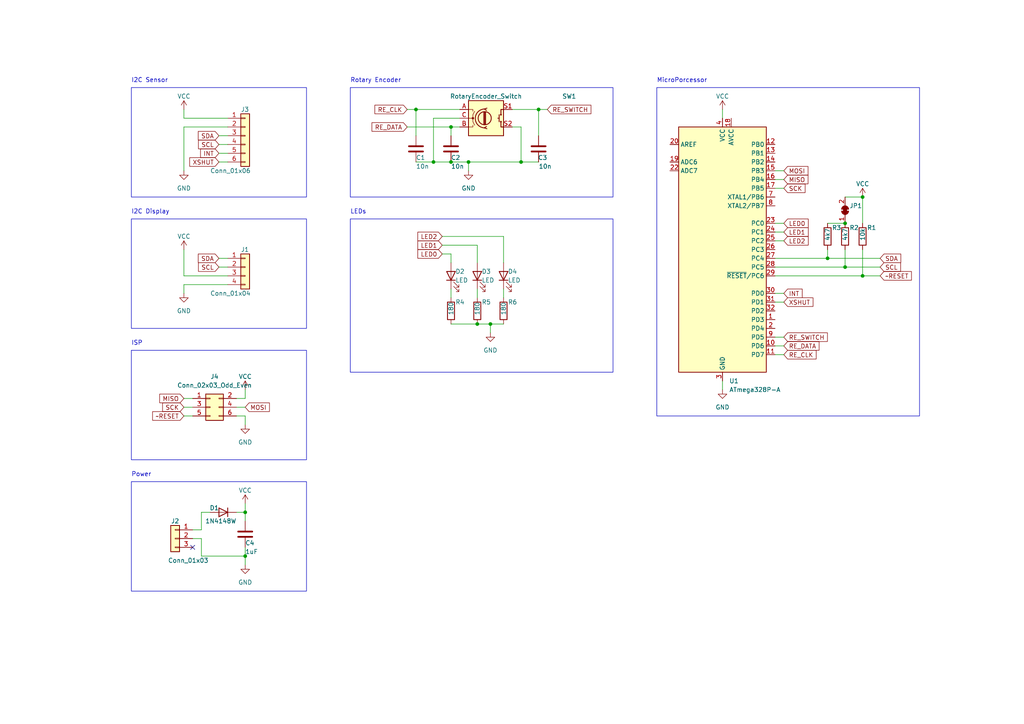
<source format=kicad_sch>
(kicad_sch (version 20230121) (generator eeschema)
  (paper "A4")
  (title_block (title "Laser head distance sensor") (date "2023-05-27") (rev "v1.0") (company "3axis-design.nl"))
  (lib_symbols
    (symbol "Connector_Generic:Conn_01x03" (pin_names (offset 1.016) hide)
      (property "Reference" "J" (at 0 5.08 0))
      (property "Value" "Conn_01x03" (at 0 -5.08 0))
      (symbol "Conn_01x03_1_1"
        (rectangle (start -1.27 -2.413) (end 0 -2.667) (stroke (width 0.1524)))
        (rectangle (start -1.27 0.127) (end 0 -0.127) (stroke (width 0.1524)))
        (rectangle (start -1.27 2.667) (end 0 2.413) (stroke (width 0.1524)))
        (rectangle (start -1.27 3.81) (end 1.27 -3.81) (stroke (width 0.254)) (fill (type background)))
        (pin passive line (at -5.08 2.54 0) (length 3.81) (name "Pin_1") (number "1"))
        (pin passive line (at -5.08 0 0) (length 3.81) (name "Pin_2") (number "2"))
        (pin passive line (at -5.08 -2.54 0) (length 3.81) (name "Pin_3") (number "3"))
      )
    )
    (symbol "Connector_Generic:Conn_01x04" (pin_names (offset 1.016) hide)
      (property "Reference" "J" (at 0 5.08 0))
      (property "Value" "Conn_01x04" (at 0 -7.62 0))
      (symbol "Conn_01x04_1_1"
        (rectangle (start -1.27 -4.953) (end 0 -5.207) (stroke (width 0.1524)))
        (rectangle (start -1.27 -2.413) (end 0 -2.667) (stroke (width 0.1524)))
        (rectangle (start -1.27 0.127) (end 0 -0.127) (stroke (width 0.1524)))
        (rectangle (start -1.27 2.667) (end 0 2.413) (stroke (width 0.1524)))
        (rectangle (start -1.27 3.81) (end 1.27 -6.35) (stroke (width 0.254)) (fill (type background)))
        (pin passive line (at -5.08 2.54 0) (length 3.81) (name "Pin_1") (number "1"))
        (pin passive line (at -5.08 0 0) (length 3.81) (name "Pin_2") (number "2"))
        (pin passive line (at -5.08 -2.54 0) (length 3.81) (name "Pin_3") (number "3"))
        (pin passive line (at -5.08 -5.08 0) (length 3.81) (name "Pin_4") (number "4"))
      )
    )
    (symbol "Connector_Generic:Conn_01x06" (pin_names (offset 1.016) hide)
      (property "Reference" "J" (at 0 7.62 0))
      (property "Value" "Conn_01x06" (at 0 -10.16 0))
      (symbol "Conn_01x06_1_1"
        (rectangle (start -1.27 -7.493) (end 0 -7.747) (stroke (width 0.1524)))
        (rectangle (start -1.27 -4.953) (end 0 -5.207) (stroke (width 0.1524)))
        (rectangle (start -1.27 -2.413) (end 0 -2.667) (stroke (width 0.1524)))
        (rectangle (start -1.27 0.127) (end 0 -0.127) (stroke (width 0.1524)))
        (rectangle (start -1.27 2.667) (end 0 2.413) (stroke (width 0.1524)))
        (rectangle (start -1.27 5.207) (end 0 4.953) (stroke (width 0.1524)))
        (rectangle (start -1.27 6.35) (end 1.27 -8.89) (stroke (width 0.254)) (fill (type background)))
        (pin passive line (at -5.08 5.08 0) (length 3.81) (name "Pin_1") (number "1"))
        (pin passive line (at -5.08 2.54 0) (length 3.81) (name "Pin_2") (number "2"))
        (pin passive line (at -5.08 0 0) (length 3.81) (name "Pin_3") (number "3"))
        (pin passive line (at -5.08 -2.54 0) (length 3.81) (name "Pin_4") (number "4"))
        (pin passive line (at -5.08 -5.08 0) (length 3.81) (name "Pin_5") (number "5"))
        (pin passive line (at -5.08 -7.62 0) (length 3.81) (name "Pin_6") (number "6"))
      )
    )
    (symbol "Connector_Generic:Conn_02x03_Odd_Even" (pin_names (offset 1.016) hide)
      (property "Reference" "J" (at 1.27 5.08 0))
      (property "Value" "Conn_02x03_Odd_Even" (at 1.27 -5.08 0))
      (symbol "Conn_02x03_Odd_Even_1_1"
        (rectangle (start -1.27 -2.413) (end 0 -2.667) (stroke (width 0.1524)))
        (rectangle (start -1.27 0.127) (end 0 -0.127) (stroke (width 0.1524)))
        (rectangle (start -1.27 2.667) (end 0 2.413) (stroke (width 0.1524)))
        (rectangle (start -1.27 3.81) (end 3.81 -3.81) (stroke (width 0.254)) (fill (type background)))
        (rectangle (start 3.81 -2.413) (end 2.54 -2.667) (stroke (width 0.1524)))
        (rectangle (start 3.81 0.127) (end 2.54 -0.127) (stroke (width 0.1524)))
        (rectangle (start 3.81 2.667) (end 2.54 2.413) (stroke (width 0.1524)))
        (pin passive line (at -5.08 2.54 0) (length 3.81) (name "Pin_1") (number "1"))
        (pin passive line (at 7.62 2.54 180) (length 3.81) (name "Pin_2") (number "2"))
        (pin passive line (at -5.08 0 0) (length 3.81) (name "Pin_3") (number "3"))
        (pin passive line (at 7.62 0 180) (length 3.81) (name "Pin_4") (number "4"))
        (pin passive line (at -5.08 -2.54 0) (length 3.81) (name "Pin_5") (number "5"))
        (pin passive line (at 7.62 -2.54 180) (length 3.81) (name "Pin_6") (number "6"))
      )
    )
    (symbol "Device:C" (pin_numbers hide) (pin_names (offset 0.254))
      (property "Reference" "C" (at 0.635 2.54 0))
      (property "Value" "C" (at 0.635 -2.54 0))
      (symbol "C_0_1"
        (polyline (pts (xy -2.032 -0.762) (xy 2.032 -0.762)) (stroke (width 0.508)))
        (polyline (pts (xy -2.032 0.762) (xy 2.032 0.762)) (stroke (width 0.508)))
      )
      (symbol "C_1_1"
        (pin passive line (at 0 3.81 270) (length 2.794) (name "~") (number "1"))
        (pin passive line (at 0 -3.81 90) (length 2.794) (name "~") (number "2"))
      )
    )
    (symbol "Device:LED" (pin_numbers hide) (pin_names (offset 1.016) hide)
      (property "Reference" "D" (at 0 2.54 0))
      (property "Value" "LED" (at 0 -2.54 0))
      (symbol "LED_0_1"
        (polyline (pts (xy -1.27 -1.27) (xy -1.27 1.27)) (stroke (width 0.254)))
        (polyline (pts (xy -1.27 0) (xy 1.27 0)))
        (polyline (pts (xy 1.27 -1.27) (xy 1.27 1.27) (xy -1.27 0) (xy 1.27 -1.27)) (stroke (width 0.254)))
        (polyline (pts (xy -3.048 -0.762) (xy -4.572 -2.286) (xy -3.81 -2.286) (xy -4.572 -2.286) (xy -4.572 -1.524)))
        (polyline (pts (xy -1.778 -0.762) (xy -3.302 -2.286) (xy -2.54 -2.286) (xy -3.302 -2.286) (xy -3.302 -1.524)))
      )
      (symbol "LED_1_1"
        (pin passive line (at -3.81 0 0) (length 2.54) (name "K") (number "1"))
        (pin passive line (at 3.81 0 180) (length 2.54) (name "A") (number "2"))
      )
    )
    (symbol "Device:R" (pin_numbers hide) (pin_names (offset 0))
      (property "Reference" "R" (at 2.032 0 90))
      (property "Value" "R" (at 0 0 90))
      (symbol "R_0_1"
        (rectangle (start -1.016 -2.54) (end 1.016 2.54) (stroke (width 0.254)))
      )
      (symbol "R_1_1"
        (pin passive line (at 0 3.81 270) (length 1.27) (name "~") (number "1"))
        (pin passive line (at 0 -3.81 90) (length 1.27) (name "~") (number "2"))
      )
    )
    (symbol "Device:RotaryEncoder_Switch" (pin_names (offset 0.254) hide)
      (property "Reference" "SW" (at 0 6.604 0))
      (property "Value" "RotaryEncoder_Switch" (at 0 -6.604 0))
      (symbol "RotaryEncoder_Switch_0_1"
        (rectangle (start -5.08 5.08) (end 5.08 -5.08) (stroke (width 0.254)) (fill (type background)))
        (circle (center -3.81 0) (radius 0.254) (fill (type outline)))
        (circle (center -0.381 0) (radius 1.905) (stroke (width 0.254)))
        (arc (start -0.381 2.667) (mid -3.0988 -0.0635) (end -0.381 -2.794) (stroke (width 0.254)))
        (polyline (pts (xy -0.635 -1.778) (xy -0.635 1.778)) (stroke (width 0.254)))
        (polyline (pts (xy -0.381 -1.778) (xy -0.381 1.778)) (stroke (width 0.254)))
        (polyline (pts (xy -0.127 1.778) (xy -0.127 -1.778)) (stroke (width 0.254)))
        (polyline (pts (xy 3.81 0) (xy 3.429 0)) (stroke (width 0.254)))
        (polyline (pts (xy 3.81 1.016) (xy 3.81 -1.016)) (stroke (width 0.254)))
        (polyline (pts (xy -5.08 -2.54) (xy -3.81 -2.54) (xy -3.81 -2.032)))
        (polyline (pts (xy -5.08 2.54) (xy -3.81 2.54) (xy -3.81 2.032)))
        (polyline (pts (xy 0.254 -3.048) (xy -0.508 -2.794) (xy 0.127 -2.413)) (stroke (width 0.254)))
        (polyline (pts (xy 0.254 2.921) (xy -0.508 2.667) (xy 0.127 2.286)) (stroke (width 0.254)))
        (polyline (pts (xy 5.08 -2.54) (xy 4.318 -2.54) (xy 4.318 -1.016)) (stroke (width 0.254)))
        (polyline (pts (xy 5.08 2.54) (xy 4.318 2.54) (xy 4.318 1.016)) (stroke (width 0.254)))
        (polyline (pts (xy -5.08 0) (xy -3.81 0) (xy -3.81 -1.016) (xy -3.302 -2.032)))
        (polyline (pts (xy -4.318 0) (xy -3.81 0) (xy -3.81 1.016) (xy -3.302 2.032)))
        (circle (center 4.318 -1.016) (radius 0.127) (stroke (width 0.254)))
        (circle (center 4.318 1.016) (radius 0.127) (stroke (width 0.254)))
      )
      (symbol "RotaryEncoder_Switch_1_1"
        (pin passive line (at -7.62 2.54 0) (length 2.54) (name "A") (number "A"))
        (pin passive line (at -7.62 -2.54 0) (length 2.54) (name "B") (number "B"))
        (pin passive line (at -7.62 0 0) (length 2.54) (name "C") (number "C"))
        (pin passive line (at 7.62 2.54 180) (length 2.54) (name "S1") (number "S1"))
        (pin passive line (at 7.62 -2.54 180) (length 2.54) (name "S2") (number "S2"))
      )
    )
    (symbol "Diode:1N4148W" (pin_numbers hide) (pin_names hide)
      (property "Reference" "D" (at 0 2.54 0))
      (property "Value" "1N4148W" (at 0 -2.54 0))
      (symbol "1N4148W_0_1"
        (polyline (pts (xy -1.27 1.27) (xy -1.27 -1.27)) (stroke (width 0.254)))
        (polyline (pts (xy 1.27 0) (xy -1.27 0)))
        (polyline (pts (xy 1.27 1.27) (xy 1.27 -1.27) (xy -1.27 0) (xy 1.27 1.27)) (stroke (width 0.254)))
      )
      (symbol "1N4148W_1_1"
        (pin passive line (at -3.81 0 0) (length 2.54) (name "K") (number "1"))
        (pin passive line (at 3.81 0 180) (length 2.54) (name "A") (number "2"))
      )
    )
    (symbol "Jumper:SolderJumper_2_Bridged" (pin_names (offset 0) hide)
      (property "Reference" "JP" (at 0 2.032 0))
      (property "Value" "SolderJumper_2_Bridged" (at 0 -2.54 0))
      (symbol "SolderJumper_2_Bridged_0_1"
        (rectangle (start -0.508 0.508) (end 0.508 -0.508) (fill (type outline)))
        (arc (start -0.254 1.016) (mid -1.2656 0) (end -0.254 -1.016))
        (arc (start -0.254 1.016) (mid -1.2656 0) (end -0.254 -1.016) (fill (type outline)))
        (polyline (pts (xy -0.254 1.016) (xy -0.254 -1.016)))
        (polyline (pts (xy 0.254 1.016) (xy 0.254 -1.016)))
        (arc (start 0.254 -1.016) (mid 1.2656 0) (end 0.254 1.016))
        (arc (start 0.254 -1.016) (mid 1.2656 0) (end 0.254 1.016) (fill (type outline)))
      )
      (symbol "SolderJumper_2_Bridged_1_1"
        (pin passive line (at -3.81 0 0) (length 2.54) (name "A") (number "1"))
        (pin passive line (at 3.81 0 180) (length 2.54) (name "B") (number "2"))
      )
    )
    (symbol "MCU_Microchip_ATmega:ATmega328P-A"
      (property "Reference" "U" (at -12.7 36.83 0))
      (property "Value" "ATmega328P-A" (at 2.54 -36.83 0))
      (symbol "ATmega328P-A_0_1"
        (rectangle (start -12.7 -35.56) (end 12.7 35.56) (stroke (width 0.254)) (fill (type background)))
      )
      (symbol "ATmega328P-A_1_1"
        (pin bidirectional line (at 15.24 -20.32 180) (length 2.54) (name "PD3") (number "1"))
        (pin bidirectional line (at 15.24 -27.94 180) (length 2.54) (name "PD6") (number "10"))
        (pin bidirectional line (at 15.24 -30.48 180) (length 2.54) (name "PD7") (number "11"))
        (pin bidirectional line (at 15.24 30.48 180) (length 2.54) (name "PB0") (number "12"))
        (pin bidirectional line (at 15.24 27.94 180) (length 2.54) (name "PB1") (number "13"))
        (pin bidirectional line (at 15.24 25.4 180) (length 2.54) (name "PB2") (number "14"))
        (pin bidirectional line (at 15.24 22.86 180) (length 2.54) (name "PB3") (number "15"))
        (pin bidirectional line (at 15.24 20.32 180) (length 2.54) (name "PB4") (number "16"))
        (pin bidirectional line (at 15.24 17.78 180) (length 2.54) (name "PB5") (number "17"))
        (pin power_in line (at 2.54 38.1 270) (length 2.54) (name "AVCC") (number "18"))
        (pin input line (at -15.24 25.4 0) (length 2.54) (name "ADC6") (number "19"))
        (pin bidirectional line (at 15.24 -22.86 180) (length 2.54) (name "PD4") (number "2"))
        (pin passive line (at -15.24 30.48 0) (length 2.54) (name "AREF") (number "20"))
        (pin passive line (at 0 -38.1 90) (length 2.54) hide (name "GND") (number "21"))
        (pin input line (at -15.24 22.86 0) (length 2.54) (name "ADC7") (number "22"))
        (pin bidirectional line (at 15.24 7.62 180) (length 2.54) (name "PC0") (number "23"))
        (pin bidirectional line (at 15.24 5.08 180) (length 2.54) (name "PC1") (number "24"))
        (pin bidirectional line (at 15.24 2.54 180) (length 2.54) (name "PC2") (number "25"))
        (pin bidirectional line (at 15.24 0 180) (length 2.54) (name "PC3") (number "26"))
        (pin bidirectional line (at 15.24 -2.54 180) (length 2.54) (name "PC4") (number "27"))
        (pin bidirectional line (at 15.24 -5.08 180) (length 2.54) (name "PC5") (number "28"))
        (pin bidirectional line (at 15.24 -7.62 180) (length 2.54) (name "~{RESET}/PC6") (number "29"))
        (pin power_in line (at 0 -38.1 90) (length 2.54) (name "GND") (number "3"))
        (pin bidirectional line (at 15.24 -12.7 180) (length 2.54) (name "PD0") (number "30"))
        (pin bidirectional line (at 15.24 -15.24 180) (length 2.54) (name "PD1") (number "31"))
        (pin bidirectional line (at 15.24 -17.78 180) (length 2.54) (name "PD2") (number "32"))
        (pin power_in line (at 0 38.1 270) (length 2.54) (name "VCC") (number "4"))
        (pin passive line (at 0 -38.1 90) (length 2.54) hide (name "GND") (number "5"))
        (pin passive line (at 0 38.1 270) (length 2.54) hide (name "VCC") (number "6"))
        (pin bidirectional line (at 15.24 15.24 180) (length 2.54) (name "XTAL1/PB6") (number "7"))
        (pin bidirectional line (at 15.24 12.7 180) (length 2.54) (name "XTAL2/PB7") (number "8"))
        (pin bidirectional line (at 15.24 -25.4 180) (length 2.54) (name "PD5") (number "9"))
      )
    )
    (symbol "power:GND" (power) (pin_names (offset 0))
      (property "Value" "GND" (at 0 -3.81 0))
      (symbol "GND_0_1"
        (polyline (pts (xy 0 0) (xy 0 -1.27) (xy 1.27 -1.27) (xy 0 -2.54) (xy -1.27 -1.27) (xy 0 -1.27)))
      )
      (symbol "GND_1_1"
        (pin power_in line (at 0 0 270) (length 0) hide (name "GND") (number "1"))
      )
    )
    (symbol "power:VCC" (power) (pin_names (offset 0))
      (property "Value" "VCC" (at 0 3.81 0))
      (symbol "VCC_0_1"
        (polyline (pts (xy -0.762 1.27) (xy 0 2.54)))
        (polyline (pts (xy 0 0) (xy 0 2.54)))
        (polyline (pts (xy 0 2.54) (xy 0.762 1.27)))
      )
      (symbol "VCC_1_1"
        (pin power_in line (at 0 0 90) (length 0) hide (name "VCC") (number "1"))
      )
    )
  )
  (junction (at 125.73 46.99))
  (junction (at 71.12 148.59))
  (junction (at 120.65 31.75))
  (junction (at 142.24 93.98))
  (junction (at 245.11 64.77))
  (junction (at 156.21 31.75))
  (junction (at 245.11 77.47))
  (junction (at 138.43 93.98))
  (junction (at 151.13 46.99))
  (junction (at 71.12 161.29))
  (junction (at 135.89 46.99))
  (junction (at 130.81 36.83))
  (junction (at 240.03 74.93))
  (junction (at 130.81 46.99))
  (junction (at 250.19 80.01))
  (junction (at 250.19 57.15))
  (no_connect (at 55.88 158.75))
  (wire (pts (xy 133.35 34.29) (xy 125.73 34.29)))
  (wire (pts (xy 224.79 85.09) (xy 227.33 85.09)))
  (wire (pts (xy 156.21 31.75) (xy 148.59 31.75)))
  (wire (pts (xy 224.79 74.93) (xy 240.03 74.93)))
  (wire (pts (xy 130.81 73.66) (xy 130.81 76.2)))
  (wire (pts (xy 53.34 72.39) (xy 53.34 80.01)))
  (wire (pts (xy 53.34 120.65) (xy 55.88 120.65)))
  (wire (pts (xy 224.79 52.07) (xy 227.33 52.07)))
  (wire (pts (xy 53.34 115.57) (xy 55.88 115.57)))
  (wire (pts (xy 138.43 83.82) (xy 138.43 86.36)))
  (wire (pts (xy 209.55 31.75) (xy 209.55 34.29)))
  (wire (pts (xy 142.24 93.98) (xy 142.24 96.52)))
  (wire (pts (xy 224.79 67.31) (xy 227.33 67.31)))
  (wire (pts (xy 130.81 83.82) (xy 130.81 86.36)))
  (wire (pts (xy 130.81 46.99) (xy 135.89 46.99)))
  (wire (pts (xy 71.12 158.75) (xy 71.12 161.29)))
  (wire (pts (xy 156.21 39.37) (xy 156.21 31.75)))
  (wire (pts (xy 71.12 148.59) (xy 71.12 151.13)))
  (wire (pts (xy 63.5 39.37) (xy 66.04 39.37)))
  (wire (pts (xy 68.58 118.11) (xy 71.12 118.11)))
  (wire (pts (xy 224.79 97.79) (xy 227.33 97.79)))
  (wire (pts (xy 120.65 39.37) (xy 120.65 31.75)))
  (wire (pts (xy 245.11 57.15) (xy 250.19 57.15)))
  (wire (pts (xy 142.24 93.98) (xy 146.05 93.98)))
  (wire (pts (xy 156.21 31.75) (xy 158.75 31.75)))
  (wire (pts (xy 130.81 36.83) (xy 130.81 39.37)))
  (wire (pts (xy 53.34 82.55) (xy 66.04 82.55)))
  (wire (pts (xy 209.55 110.49) (xy 209.55 113.03)))
  (wire (pts (xy 125.73 34.29) (xy 125.73 46.99)))
  (wire (pts (xy 71.12 120.65) (xy 71.12 123.19)))
  (wire (pts (xy 68.58 120.65) (xy 71.12 120.65)))
  (wire (pts (xy 240.03 72.39) (xy 240.03 74.93)))
  (wire (pts (xy 224.79 77.47) (xy 245.11 77.47)))
  (wire (pts (xy 53.34 34.29) (xy 66.04 34.29)))
  (wire (pts (xy 63.5 74.93) (xy 66.04 74.93)))
  (wire (pts (xy 224.79 64.77) (xy 227.33 64.77)))
  (wire (pts (xy 151.13 46.99) (xy 156.21 46.99)))
  (wire (pts (xy 250.19 72.39) (xy 250.19 80.01)))
  (wire (pts (xy 63.5 44.45) (xy 66.04 44.45)))
  (wire (pts (xy 118.11 36.83) (xy 130.81 36.83)))
  (wire (pts (xy 63.5 46.99) (xy 66.04 46.99)))
  (wire (pts (xy 53.34 36.83) (xy 53.34 49.53)))
  (wire (pts (xy 240.03 74.93) (xy 255.27 74.93)))
  (wire (pts (xy 224.79 49.53) (xy 227.33 49.53)))
  (wire (pts (xy 71.12 148.59) (xy 68.58 148.59)))
  (wire (pts (xy 58.42 161.29) (xy 71.12 161.29)))
  (wire (pts (xy 146.05 83.82) (xy 146.05 86.36)))
  (wire (pts (xy 63.5 77.47) (xy 66.04 77.47)))
  (wire (pts (xy 138.43 76.2) (xy 138.43 71.12)))
  (wire (pts (xy 53.34 85.09) (xy 53.34 82.55)))
  (wire (pts (xy 138.43 93.98) (xy 142.24 93.98)))
  (wire (pts (xy 71.12 146.05) (xy 71.12 148.59)))
  (wire (pts (xy 71.12 115.57) (xy 71.12 113.03)))
  (wire (pts (xy 146.05 68.58) (xy 146.05 76.2)))
  (wire (pts (xy 224.79 100.33) (xy 227.33 100.33)))
  (wire (pts (xy 128.27 73.66) (xy 130.81 73.66)))
  (wire (pts (xy 151.13 36.83) (xy 151.13 46.99)))
  (wire (pts (xy 125.73 46.99) (xy 130.81 46.99)))
  (wire (pts (xy 58.42 156.21) (xy 58.42 161.29)))
  (wire (pts (xy 53.34 80.01) (xy 66.04 80.01)))
  (wire (pts (xy 130.81 36.83) (xy 133.35 36.83)))
  (wire (pts (xy 148.59 36.83) (xy 151.13 36.83)))
  (wire (pts (xy 53.34 118.11) (xy 55.88 118.11)))
  (wire (pts (xy 224.79 69.85) (xy 227.33 69.85)))
  (wire (pts (xy 68.58 115.57) (xy 71.12 115.57)))
  (wire (pts (xy 53.34 31.75) (xy 53.34 34.29)))
  (wire (pts (xy 120.65 46.99) (xy 125.73 46.99)))
  (wire (pts (xy 224.79 102.87) (xy 227.33 102.87)))
  (wire (pts (xy 250.19 57.15) (xy 250.19 64.77)))
  (wire (pts (xy 135.89 49.53) (xy 135.89 46.99)))
  (wire (pts (xy 240.03 64.77) (xy 245.11 64.77)))
  (wire (pts (xy 63.5 41.91) (xy 66.04 41.91)))
  (wire (pts (xy 250.19 80.01) (xy 255.27 80.01)))
  (wire (pts (xy 55.88 156.21) (xy 58.42 156.21)))
  (wire (pts (xy 245.11 77.47) (xy 255.27 77.47)))
  (wire (pts (xy 71.12 161.29) (xy 71.12 163.83)))
  (wire (pts (xy 66.04 36.83) (xy 53.34 36.83)))
  (wire (pts (xy 118.11 31.75) (xy 120.65 31.75)))
  (wire (pts (xy 58.42 153.67) (xy 58.42 148.59)))
  (wire (pts (xy 55.88 153.67) (xy 58.42 153.67)))
  (wire (pts (xy 58.42 148.59) (xy 60.96 148.59)))
  (wire (pts (xy 128.27 68.58) (xy 146.05 68.58)))
  (wire (pts (xy 224.79 54.61) (xy 227.33 54.61)))
  (wire (pts (xy 135.89 46.99) (xy 151.13 46.99)))
  (wire (pts (xy 120.65 31.75) (xy 133.35 31.75)))
  (wire (pts (xy 128.27 71.12) (xy 138.43 71.12)))
  (wire (pts (xy 224.79 87.63) (xy 227.33 87.63)))
  (wire (pts (xy 224.79 80.01) (xy 250.19 80.01)))
  (wire (pts (xy 130.81 93.98) (xy 138.43 93.98)))
  (wire (pts (xy 245.11 72.39) (xy 245.11 77.47)))
  (rectangle (start 101.6 63.5) (end 177.8 107.95))
  (rectangle (start 101.6 25.4) (end 177.8 57.15))
  (rectangle (start 38.1 101.6) (end 88.9 133.35))
  (rectangle (start 190.5 25.4) (end 266.7 120.65))
  (rectangle (start 38.1 25.4) (end 88.9 57.15))
  (rectangle (start 38.1 139.7) (end 88.9 171.45))
  (rectangle (start 38.1 63.5) (end 88.9 95.25))
  (text "I2C Display" (at 38.1 62.23 0) (effects (font (size 1.27 1.27)) (justify left bottom)))
  (text "ISP" (at 38.1 100.33 0) (effects (font (size 1.27 1.27)) (justify left bottom)))
  (text "Power" (at 38.1 138.43 0) (effects (font (size 1.27 1.27)) (justify left bottom)))
  (text "Rotary Encoder" (at 101.6 24.13 0) (effects (font (size 1.27 1.27)) (justify left bottom)))
  (text "LEDs" (at 101.6 62.23 0) (effects (font (size 1.27 1.27)) (justify left bottom)))
  (text "I2C Sensor" (at 38.1 24.13 0) (effects (font (size 1.27 1.27)) (justify left bottom)))
  (text "MicroPorcessor" (at 190.5 24.13 0) (effects (font (size 1.27 1.27)) (justify left bottom)))
  (global_label "MISO" (shape input) (at 227.33 52.07 0) (property "Intersheetrefs" "${INTERSHEET_REFS}" (effects hide)))
  (global_label "SCK" (shape input) (at 227.33 54.61 0) (property "Intersheetrefs" "${INTERSHEET_REFS}" (effects hide)))
  (global_label "XSHUT" (shape input) (at 63.5 46.99 180) (property "Intersheetrefs" "${INTERSHEET_REFS}" (effects hide)))
  (global_label "~RESET" (shape input) (at 255.27 80.01 0) (property "Intersheetrefs" "${INTERSHEET_REFS}" (effects hide)))
  (global_label "SCL" (shape input) (at 63.5 77.47 180) (property "Intersheetrefs" "${INTERSHEET_REFS}" (effects hide)))
  (global_label "SDA" (shape input) (at 255.27 74.93 0) (property "Intersheetrefs" "${INTERSHEET_REFS}" (effects hide)))
  (global_label "SCL" (shape input) (at 63.5 41.91 180) (property "Intersheetrefs" "${INTERSHEET_REFS}" (effects hide)))
  (global_label "~RESET" (shape input) (at 53.34 120.65 180) (property "Intersheetrefs" "${INTERSHEET_REFS}" (effects hide)))
  (global_label "LED2" (shape input) (at 128.27 68.58 180) (property "Intersheetrefs" "${INTERSHEET_REFS}" (effects hide)))
  (global_label "SCL" (shape input) (at 255.27 77.47 0) (property "Intersheetrefs" "${INTERSHEET_REFS}" (effects hide)))
  (global_label "RE_DATA" (shape input) (at 118.11 36.83 180) (property "Intersheetrefs" "${INTERSHEET_REFS}" (effects hide)))
  (global_label "MOSI" (shape input) (at 227.33 49.53 0) (property "Intersheetrefs" "${INTERSHEET_REFS}" (effects hide)))
  (global_label "SCK" (shape input) (at 53.34 118.11 180) (property "Intersheetrefs" "${INTERSHEET_REFS}" (effects hide)))
  (global_label "INT" (shape input) (at 227.33 85.09 0) (property "Intersheetrefs" "${INTERSHEET_REFS}" (effects hide)))
  (global_label "INT" (shape input) (at 63.5 44.45 180) (property "Intersheetrefs" "${INTERSHEET_REFS}" (effects hide)))
  (global_label "MISO" (shape input) (at 53.34 115.57 180) (property "Intersheetrefs" "${INTERSHEET_REFS}" (effects hide)))
  (global_label "RE_DATA" (shape input) (at 227.33 100.33 0) (property "Intersheetrefs" "${INTERSHEET_REFS}" (effects hide)))
  (global_label "RE_CLK" (shape input) (at 118.11 31.75 180) (property "Intersheetrefs" "${INTERSHEET_REFS}" (effects hide)))
  (global_label "LED0" (shape input) (at 128.27 73.66 180) (property "Intersheetrefs" "${INTERSHEET_REFS}" (effects hide)))
  (global_label "RE_CLK" (shape input) (at 227.33 102.87 0) (property "Intersheetrefs" "${INTERSHEET_REFS}" (effects hide)))
  (global_label "SDA" (shape input) (at 63.5 39.37 180) (property "Intersheetrefs" "${INTERSHEET_REFS}" (effects hide)))
  (global_label "XSHUT" (shape input) (at 227.33 87.63 0) (property "Intersheetrefs" "${INTERSHEET_REFS}" (effects hide)))
  (global_label "RE_SWITCH" (shape input) (at 158.75 31.75 0) (property "Intersheetrefs" "${INTERSHEET_REFS}" (effects hide)))
  (global_label "MOSI" (shape input) (at 71.12 118.11 0) (property "Intersheetrefs" "${INTERSHEET_REFS}" (effects hide)))
  (global_label "LED1" (shape input) (at 227.33 67.31 0) (property "Intersheetrefs" "${INTERSHEET_REFS}" (effects hide)))
  (global_label "LED0" (shape input) (at 227.33 64.77 0) (property "Intersheetrefs" "${INTERSHEET_REFS}" (effects hide)))
  (global_label "RE_SWITCH" (shape input) (at 227.33 97.79 0) (property "Intersheetrefs" "${INTERSHEET_REFS}" (effects hide)))
  (global_label "LED1" (shape input) (at 128.27 71.12 180) (property "Intersheetrefs" "${INTERSHEET_REFS}" (effects hide)))
  (global_label "LED2" (shape input) (at 227.33 69.85 0) (property "Intersheetrefs" "${INTERSHEET_REFS}" (effects hide)))
  (global_label "SDA" (shape input) (at 63.5 74.93 180) (property "Intersheetrefs" "${INTERSHEET_REFS}" (effects hide)))
  (symbol (lib_id "Connector_Generic:Conn_02x03_Odd_Even") (at 60.96 118.11 0) (unit 1)
    (property "Reference" "J4" (at 62.23 109.22 0))
    (property "Value" "Conn_02x03_Odd_Even" (at 62.23 111.76 0))
    (property "Footprint" "Connector_PinHeader_2.54mm:PinHeader_2x03_P2.54mm_Vertical" (effects hide))
  )
  (symbol (lib_id "power:VCC") (at 53.34 31.75 0) (mirror y) (unit 1)
    (property "Reference" "#PWR05" (effects hide))
    (property "Value" "VCC" (at 53.34 27.94 0))
  )
  (symbol (lib_id "MCU_Microchip_ATmega:ATmega328P-A") (at 209.55 72.39 0) (unit 1)
    (property "Reference" "U1" (at 211.5059 110.49 0) (effects (justify left)))
    (property "Value" "ATmega328P-A" (at 211.5059 113.03 0) (effects (justify left)))
    (property "Footprint" "Package_QFP:TQFP-32_7x7mm_P0.8mm" (effects hide))
    (property "Datasheet" "http://ww1.microchip.com/downloads/en/DeviceDoc/ATmega328_P%20AVR%20MCU%20with%20picoPower%20Technology%20Data%20Sheet%2040001984A.pdf" (effects hide))
    (property "LCSC" "C14877" (effects hide))
  )
  (symbol (lib_id "power:VCC") (at 209.55 31.75 0) (unit 1)
    (property "Reference" "#PWR07" (effects hide))
    (property "Value" "VCC" (at 209.55 27.94 0))
  )
  (symbol (lib_id "power:GND") (at 209.55 113.03 0) (unit 1)
    (property "Reference" "#PWR08" (effects hide))
    (property "Value" "GND" (at 209.55 118.11 0))
  )
  (symbol (lib_id "power:VCC") (at 71.12 146.05 0) (unit 1)
    (property "Reference" "#PWR010" (effects hide))
    (property "Value" "VCC" (at 71.12 142.24 0))
  )
  (symbol (lib_id "Device:R") (at 130.81 90.17 0) (unit 1)
    (property "Reference" "R4" (at 132.08 87.63 0) (effects (justify left)))
    (property "Value" "180" (at 130.81 91.44 90) (effects (justify left)))
    (property "Footprint" "Resistor_SMD:R_0805_2012Metric_Pad1.20x1.40mm_HandSolder" (effects hide))
    (property "LCSC" "C25270" (effects hide))
  )
  (symbol (lib_id "power:GND") (at 71.12 163.83 0) (unit 1)
    (property "Reference" "#PWR09" (effects hide))
    (property "Value" "GND" (at 71.12 168.91 0))
  )
  (symbol (lib_id "Device:LED") (at 130.81 80.01 90) (unit 1)
    (property "Reference" "D2" (at 132.08 78.74 90) (effects (justify right)))
    (property "Value" "LED" (at 132.08 81.28 90) (effects (justify right)))
    (property "Footprint" "LED_SMD:LED_0805_2012Metric" (effects hide))
    (property "LCSC" "C84256" (effects hide))
  )
  (symbol (lib_id "Jumper:SolderJumper_2_Bridged") (at 245.11 60.96 90) (unit 1)
    (property "Reference" "JP1" (at 246.38 59.69 90) (effects (justify right)))
    (property "Value" "SolderJumper_2_Bridged" (effects hide))
    (property "Footprint" "Jumper:SolderJumper-2_P1.3mm_Bridged2Bar_RoundedPad1.0x1.5mm" (effects hide))
  )
  (symbol (lib_id "power:VCC") (at 250.19 57.15 0) (unit 1)
    (property "Reference" "#PWR03" (effects hide))
    (property "Value" "VCC" (at 250.19 53.34 0))
  )
  (symbol (lib_id "power:GND") (at 53.34 49.53 0) (unit 1)
    (property "Reference" "#PWR06" (effects hide))
    (property "Value" "GND" (at 53.34 54.61 0))
  )
  (symbol (lib_id "power:GND") (at 135.89 49.53 0) (mirror y) (unit 1)
    (property "Reference" "#PWR01" (effects hide))
    (property "Value" "GND" (at 135.89 54.61 0))
  )
  (symbol (lib_id "Device:R") (at 250.19 68.58 0) (unit 1)
    (property "Reference" "R1" (at 251.46 66.04 0) (effects (justify left)))
    (property "Value" "10k" (at 250.19 69.85 90) (effects (justify left)))
    (property "Footprint" "Resistor_SMD:R_0805_2012Metric_Pad1.20x1.40mm_HandSolder" (effects hide))
    (property "LCSC" "C17414" (effects hide))
  )
  (symbol (lib_id "Connector_Generic:Conn_01x03") (at 50.8 156.21 0) (mirror y) (unit 1)
    (property "Reference" "J2" (at 50.8 151.13 0))
    (property "Value" "Conn_01x03" (at 54.61 162.56 0))
    (property "Footprint" "laserhead-distance-sensor:USB-C power-only" (effects hide))
  )
  (symbol (lib_id "Device:LED") (at 146.05 80.01 90) (unit 1)
    (property "Reference" "D4" (at 147.32 78.74 90) (effects (justify right)))
    (property "Value" "LED" (at 147.32 81.28 90) (effects (justify right)))
    (property "Footprint" "LED_SMD:LED_0805_2012Metric" (effects hide))
    (property "LCSC" "C84256" (effects hide))
  )
  (symbol (lib_id "Device:R") (at 240.03 68.58 0) (unit 1)
    (property "Reference" "R3" (at 241.3 66.04 0) (effects (justify left)))
    (property "Value" "4k7" (at 240.03 69.85 90) (effects (justify left)))
    (property "Footprint" "Resistor_SMD:R_0805_2012Metric_Pad1.20x1.40mm_HandSolder" (effects hide))
    (property "LCSC" "C17673" (effects hide))
  )
  (symbol (lib_id "Device:C") (at 130.81 43.18 0) (unit 1)
    (property "Reference" "C2" (at 130.81 45.72 0) (effects (justify left)))
    (property "Value" "10n" (at 130.81 48.26 0) (effects (justify left)))
    (property "Footprint" "Capacitor_SMD:C_0805_2012Metric_Pad1.18x1.45mm_HandSolder" (effects hide))
    (property "LCSC" "C1710" (effects hide))
  )
  (symbol (lib_id "Connector_Generic:Conn_01x06") (at 71.12 39.37 0) (unit 1)
    (property "Reference" "J3" (at 69.85 31.75 0) (effects (justify left)))
    (property "Value" "Conn_01x06" (at 60.96 49.53 0) (effects (justify left)))
    (property "Footprint" "Connector_PinHeader_2.54mm:PinHeader_1x06_P2.54mm_Vertical" (effects hide))
  )
  (symbol (lib_id "Device:LED") (at 138.43 80.01 90) (unit 1)
    (property "Reference" "D3" (at 139.7 78.74 90) (effects (justify right)))
    (property "Value" "LED" (at 139.7 81.28 90) (effects (justify right)))
    (property "Footprint" "LED_SMD:LED_0805_2012Metric" (effects hide))
    (property "LCSC" "C2297" (effects hide))
  )
  (symbol (lib_id "Device:C") (at 156.21 43.18 0) (mirror y) (unit 1)
    (property "Reference" "C3" (at 158.75 45.72 0) (effects (justify left)))
    (property "Value" "10n" (at 160.02 48.26 0) (effects (justify left)))
    (property "Footprint" "Capacitor_SMD:C_0805_2012Metric_Pad1.18x1.45mm_HandSolder" (effects hide))
    (property "LCSC" "C1710" (effects hide))
  )
  (symbol (lib_id "power:VCC") (at 53.34 72.39 0) (mirror y) (unit 1)
    (property "Reference" "#PWR04" (effects hide))
    (property "Value" "VCC" (at 53.34 68.58 0))
  )
  (symbol (lib_id "Device:C") (at 120.65 43.18 0) (unit 1)
    (property "Reference" "C1" (at 120.65 45.72 0) (effects (justify left)))
    (property "Value" "10n" (at 120.65 48.26 0) (effects (justify left)))
    (property "Footprint" "Capacitor_SMD:C_0805_2012Metric_Pad1.18x1.45mm_HandSolder" (effects hide))
    (property "LCSC" "C1710" (effects hide))
  )
  (symbol (lib_id "power:GND") (at 53.34 85.09 0) (unit 1)
    (property "Reference" "#PWR02" (effects hide))
    (property "Value" "GND" (at 53.34 90.17 0))
  )
  (symbol (lib_id "Connector_Generic:Conn_01x04") (at 71.12 77.47 0) (unit 1)
    (property "Reference" "J1" (at 69.85 72.39 0) (effects (justify left)))
    (property "Value" "Conn_01x04" (at 60.96 85.09 0) (effects (justify left)))
    (property "Footprint" "Connector_PinHeader_2.54mm:PinHeader_1x04_P2.54mm_Vertical" (effects hide))
  )
  (symbol (lib_id "power:GND") (at 71.12 123.19 0) (mirror y) (unit 1)
    (property "Reference" "#PWR012" (effects hide))
    (property "Value" "GND" (at 71.12 128.27 0))
  )
  (symbol (lib_id "power:VCC") (at 71.12 113.03 0) (mirror y) (unit 1)
    (property "Reference" "#PWR013" (effects hide))
    (property "Value" "VCC" (at 71.12 109.22 0))
  )
  (symbol (lib_id "power:GND") (at 142.24 96.52 0) (mirror y) (unit 1)
    (property "Reference" "#PWR014" (effects hide))
    (property "Value" "GND" (at 142.24 101.6 0))
  )
  (symbol (lib_id "Device:C") (at 71.12 154.94 0) (unit 1)
    (property "Reference" "C4" (at 71.12 157.48 0) (effects (justify left)))
    (property "Value" "1uF" (at 71.12 160.02 0) (effects (justify left)))
    (property "Footprint" "Capacitor_SMD:C_0805_2012Metric_Pad1.18x1.45mm_HandSolder" (effects hide))
    (property "LCSC" "C28323" (effects hide))
  )
  (symbol (lib_id "Device:R") (at 138.43 90.17 0) (unit 1)
    (property "Reference" "R5" (at 139.7 87.63 0) (effects (justify left)))
    (property "Value" "180" (at 138.43 91.44 90) (effects (justify left)))
    (property "Footprint" "Resistor_SMD:R_0805_2012Metric_Pad1.20x1.40mm_HandSolder" (effects hide))
    (property "LCSC" "C25270" (effects hide))
  )
  (symbol (lib_id "Device:R") (at 245.11 68.58 0) (unit 1)
    (property "Reference" "R2" (at 246.38 66.04 0) (effects (justify left)))
    (property "Value" "4k7" (at 245.11 69.85 90) (effects (justify left)))
    (property "Footprint" "Resistor_SMD:R_0805_2012Metric_Pad1.20x1.40mm_HandSolder" (effects hide))
    (property "LCSC" "C17673" (effects hide))
  )
  (symbol (lib_id "Device:R") (at 146.05 90.17 0) (unit 1)
    (property "Reference" "R6" (at 147.32 87.63 0) (effects (justify left)))
    (property "Value" "180" (at 146.05 91.44 90) (effects (justify left)))
    (property "Footprint" "Resistor_SMD:R_0805_2012Metric_Pad1.20x1.40mm_HandSolder" (effects hide))
    (property "LCSC" "C25270" (effects hide))
  )
  (symbol (lib_id "Device:RotaryEncoder_Switch") (at 140.97 34.29 0) (unit 1)
    (property "Reference" "SW1" (at 165.1 27.94 0))
    (property "Value" "RotaryEncoder_Switch" (at 140.97 27.94 0))
    (property "Footprint" "Rotary_Encoder:RotaryEncoder_Alps_EC11E-Switch_Vertical_H20mm_CircularMountingHoles" (effects hide))
  )
  (symbol (lib_id "Diode:1N4148W") (at 64.77 148.59 180) (unit 1)
    (property "Reference" "D1" (at 63.5 147.32 0) (effects (justify left)))
    (property "Value" "1N4148W" (at 68.58 151.13 0) (effects (justify left)))
    (property "Footprint" "Diode_SMD:D_SOD-123" (effects hide))
    (property "Datasheet" "https://www.vishay.com/docs/85748/1n4148w.pdf" (effects hide))
    (property "Sim.Device" "D" (effects hide))
    (property "Sim.Pins" "1=K 2=A" (effects hide))
    (property "LCSC" "C81598" (effects hide))
  )
)
</source>
